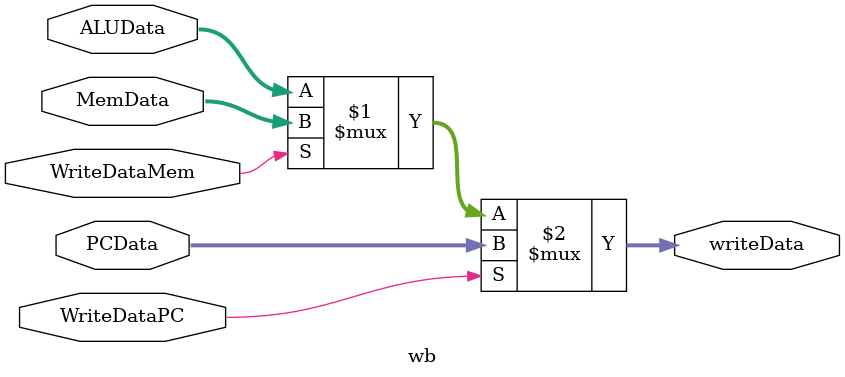
<source format=v>
/*
   CS/ECE 552 Spring '20
  
   Filename        : wb.v
   Description     : This is the module for the overall Write Back stage of the processor.
*/
module wb (MemData, ALUData, PCData, WriteDataMem, WriteDataPC, writeData);
    input [15:0] MemData, ALUData, PCData;
    input WriteDataMem, WriteDataPC;
    output [15:0] writeData;

    assign writeData = (WriteDataPC) ? PCData : ((WriteDataMem) ? MemData : ALUData);
endmodule

</source>
